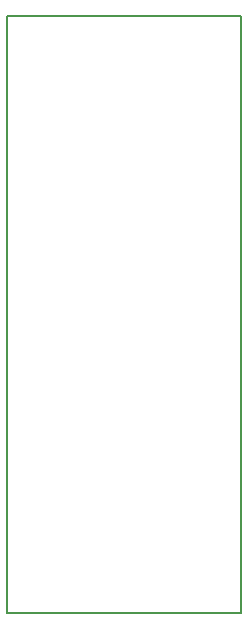
<source format=gbr>
G04 #@! TF.GenerationSoftware,KiCad,Pcbnew,(6.0.0-rc1-dev-205-gc0615c5ef)*
G04 #@! TF.CreationDate,2019-09-04T07:24:19+02:00*
G04 #@! TF.ProjectId,LT3483,4C54333438332E6B696361645F706362,v01*
G04 #@! TF.SameCoordinates,Original*
G04 #@! TF.FileFunction,Profile,NP*
%FSLAX46Y46*%
G04 Gerber Fmt 4.6, Leading zero omitted, Abs format (unit mm)*
G04 Created by KiCad (PCBNEW (6.0.0-rc1-dev-205-gc0615c5ef)) date 09/04/19 07:24:19*
%MOMM*%
%LPD*%
G01*
G04 APERTURE LIST*
%ADD10C,0.150000*%
G04 APERTURE END LIST*
D10*
X167894000Y-129286000D02*
X167894000Y-137160000D01*
X187706000Y-129286000D02*
X187706000Y-137160000D01*
X167894000Y-129286000D02*
X167894000Y-86614000D01*
X187706000Y-137160000D02*
X167894000Y-137160000D01*
X187706000Y-86614000D02*
X187706000Y-129286000D01*
X167894000Y-86614000D02*
X187706000Y-86614000D01*
M02*

</source>
